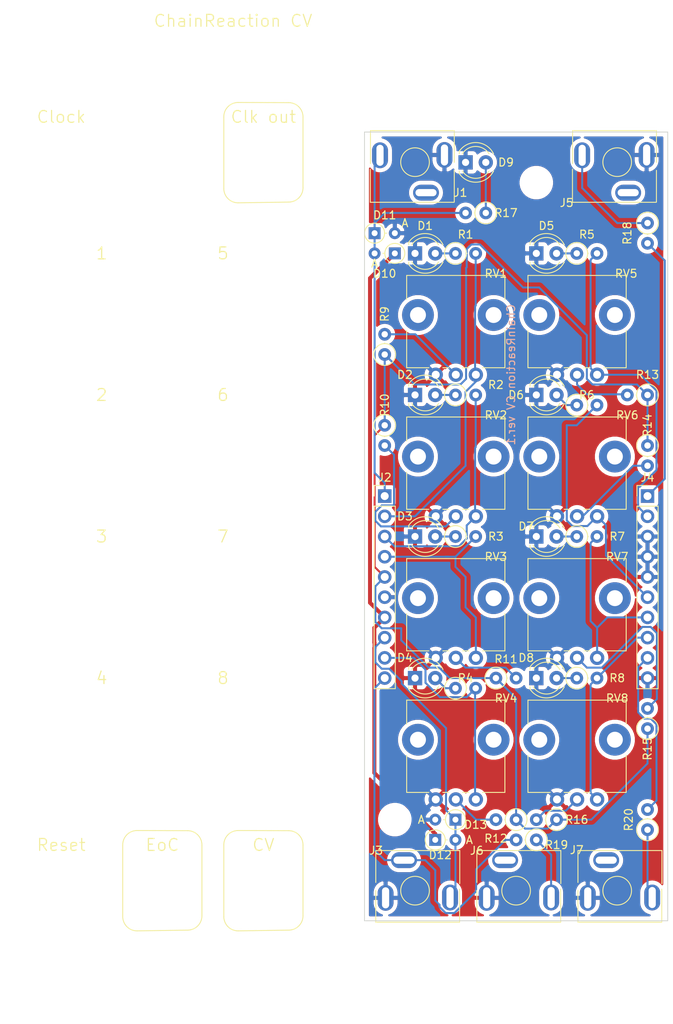
<source format=kicad_pcb>
(kicad_pcb (version 20171130) (host pcbnew "(5.1.8-0-10_14)")
  (layers (0 F.Cu signal) (31 B.Cu signal) (34 B.Paste user) (35 F.Paste user) (36 B.SilkS user) (37 F.SilkS user) (38 B.Mask user) (39 F.Mask user) (44 Edge.Cuts user))
  (net 0 "")
  (net 1 "Net-(D1-Pad2)")
  (net 2 GND)
  (net 3 "Net-(D2-Pad2)")
  (net 4 "Net-(D3-Pad2)")
  (net 5 "Net-(D4-Pad2)")
  (net 6 "Net-(D5-Pad2)")
  (net 7 "Net-(D6-Pad2)")
  (net 8 "Net-(D7-Pad2)")
  (net 9 "Net-(D8-Pad2)")
  (net 10 "Net-(D9-Pad2)")
  (net 11 +12V)
  (net 12 /CV_interface/clock)
  (net 13 /CV_interface/reset)
  (net 14 "Net-(J1-PadTN)")
  (net 15 /CV_interface/EoC)
  (net 16 /CV_interface/Q3)
  (net 17 /CV_interface/cv)
  (net 18 /CV_interface/Q2)
  (net 19 /CV_interface/Q1)
  (net 20 /CV_interface/Q0)
  (net 21 /CV_interface/clock_out)
  (net 22 /CV_interface/Q4)
  (net 23 /CV_interface/Q5)
  (net 24 /CV_interface/Q6)
  (net 25 /CV_interface/Q7)
  (net 26 /CV_interface/cv_out)
  (net 27 "Net-(J5-PadT)")
  (net 28 "Net-(J5-PadTN)")
  (net 29 "Net-(J6-PadT)")
  (net 30 "Net-(J6-PadTN)")
  (net 31 "Net-(J7-PadTN)")
  (net 32 "Net-(J7-PadT)")
  (net 33 /CV_interface/cv1)
  (net 34 /CV_interface/cv2)
  (net 35 /CV_interface/cv3)
  (net 36 /CV_interface/cv4)
  (net 37 /CV_interface/cv5)
  (net 38 /CV_interface/cv6)
  (net 39 /CV_interface/cv7)
  (net 40 /CV_interface/cv8)
  (module Attenuverter:MJ-355_3.5mm_mono_jack (layer F.Cu) (at 52.07 111.76 270)
    (fp_text reference J3 (at -5.01 4.88 180) (layer F.SilkS))
    (fp_text value reset)
    (pad TN thru_hole oval (at -3.8 1.38 180) (size 3.25 2) (drill oval 2.65 0.9) (layers *.Cu *.Mask) (net 15 /CV_interface/EoC))
    (pad T thru_hole oval (at 0.89 -4.4 90) (size 3.25 2) (drill oval 2.65 0.9) (layers *.Cu *.Mask) (net 13 /CV_interface/reset))
    (pad S thru_hole oval (at 0.93 3.7 90) (size 3.25 2) (drill oval 2.65 0.9) (layers *.Cu *.Mask) (net 2 GND))
  )
  (module Attenuverter:MJ-355_3.5mm_mono_jack (layer F.Cu) (at 64.77 111.76 270)
    (fp_text reference J6 (at -5 4.93 180) (layer F.SilkS))
    (fp_text value EoC)
    (pad TN thru_hole oval (at -3.8 1.38 180) (size 3.25 2) (drill oval 2.65 0.9) (layers *.Cu *.Mask) (net 30 "Net-(J6-PadTN)"))
    (pad T thru_hole oval (at 0.89 -4.4 90) (size 3.25 2) (drill oval 2.65 0.9) (layers *.Cu *.Mask) (net 29 "Net-(J6-PadT)"))
    (pad S thru_hole oval (at 0.93 3.7 90) (size 3.25 2) (drill oval 2.65 0.9) (layers *.Cu *.Mask) (net 2 GND))
  )
  (module Attenuverter:MJ-355_3.5mm_mono_jack (layer F.Cu) (at 52.07 20.32 90)
    (fp_text reference J1 (at -3.81 5.715 180) (layer F.SilkS))
    (fp_text value clock)
    (pad TN thru_hole oval (at -3.8 1.38) (size 3.25 2) (drill oval 2.65 0.9) (layers *.Cu *.Mask) (net 14 "Net-(J1-PadTN)"))
    (pad T thru_hole oval (at 0.89 -4.4 270) (size 3.25 2) (drill oval 2.65 0.9) (layers *.Cu *.Mask) (net 12 /CV_interface/clock))
    (pad S thru_hole oval (at 0.93 3.7 270) (size 3.25 2) (drill oval 2.65 0.9) (layers *.Cu *.Mask) (net 2 GND))
  )
  (module Attenuverter:MJ-355_3.5mm_mono_jack (layer F.Cu) (at 77.47 20.32 90)
    (fp_text reference J5 (at -5.08 -6.35 180) (layer F.SilkS))
    (fp_text value clock_out)
    (pad TN thru_hole oval (at -3.8 1.38) (size 3.25 2) (drill oval 2.65 0.9) (layers *.Cu *.Mask) (net 28 "Net-(J5-PadTN)"))
    (pad T thru_hole oval (at 0.89 -4.4 270) (size 3.25 2) (drill oval 2.65 0.9) (layers *.Cu *.Mask) (net 27 "Net-(J5-PadT)"))
    (pad S thru_hole oval (at 0.93 3.7 270) (size 3.25 2) (drill oval 2.65 0.9) (layers *.Cu *.Mask) (net 2 GND))
  )
  (module Attenuverter:MJ-355_3.5mm_mono_jack (layer F.Cu) (at 77.47 111.76 270)
    (fp_text reference J7 (at -5.08 5.08 180) (layer F.SilkS))
    (fp_text value cv_out)
    (pad TN thru_hole oval (at -3.8 1.38 180) (size 3.25 2) (drill oval 2.65 0.9) (layers *.Cu *.Mask) (net 31 "Net-(J7-PadTN)"))
    (pad T thru_hole oval (at 0.89 -4.4 90) (size 3.25 2) (drill oval 2.65 0.9) (layers *.Cu *.Mask) (net 32 "Net-(J7-PadT)"))
    (pad S thru_hole oval (at 0.93 3.7 90) (size 3.25 2) (drill oval 2.65 0.9) (layers *.Cu *.Mask) (net 2 GND))
  )
  (module Attenuverter:Potentiometer_Alps_RK09L_Single_Vertical (layer F.Cu) (at 74.93 46.99 90)
    (fp_text reference RV5 (at 12.7 3.67 180) (layer F.SilkS))
    (fp_text value 10kB)
    (pad "" np_thru_hole circle (at 7.5 2.25 90) (size 4 4) (drill 2) (layers *.Cu *.Mask))
    (pad "" np_thru_hole circle (at 7.5 -7.25 90) (size 4 4) (drill 2) (layers *.Cu *.Mask))
    (pad 1 thru_hole circle (at 0 -5.02 90) (size 1.8 1.8) (drill 1) (layers *.Cu *.Mask) (net 2 GND))
    (pad 2 thru_hole circle (at 0 -2.5 90) (size 1.8 1.8) (drill 1) (layers *.Cu *.Mask) (net 37 /CV_interface/cv5))
    (pad 3 thru_hole circle (at 0 0.02 90) (size 1.8 1.8) (drill 1) (layers *.Cu *.Mask) (net 22 /CV_interface/Q4))
  )
  (module Attenuverter:Potentiometer_Alps_RK09L_Single_Vertical (layer F.Cu) (at 74.93 82.55 90)
    (fp_text reference RV7 (at 12.7 2.54 180) (layer F.SilkS))
    (fp_text value 10kB)
    (pad "" np_thru_hole circle (at 7.5 2.25 90) (size 4 4) (drill 2) (layers *.Cu *.Mask))
    (pad "" np_thru_hole circle (at 7.5 -7.25 90) (size 4 4) (drill 2) (layers *.Cu *.Mask))
    (pad 1 thru_hole circle (at 0 -5.02 90) (size 1.8 1.8) (drill 1) (layers *.Cu *.Mask) (net 2 GND))
    (pad 2 thru_hole circle (at 0 -2.5 90) (size 1.8 1.8) (drill 1) (layers *.Cu *.Mask) (net 39 /CV_interface/cv7))
    (pad 3 thru_hole circle (at 0 0.02 90) (size 1.8 1.8) (drill 1) (layers *.Cu *.Mask) (net 24 /CV_interface/Q6))
  )
  (module MountingHole:MountingHole_6.4mm_M6 (layer F.Cu) (at 27.94 92.71)
    (fp_text reference REF** hide)
    (fp_text value MountingHole_6.4mm_M6 hide)
    (pad 1 np_thru_hole circle (at 0 0) (size 6.4 6.4) (drill 6.4) (layers *.Cu *.Mask))
  )
  (module MountingHole:MountingHole_6.4mm_M6 (layer F.Cu) (at 12.7 92.71)
    (fp_text reference REF** hide)
    (fp_text value MountingHole_6.4mm_M6 hide)
    (pad 1 np_thru_hole circle (at 0 0) (size 6.4 6.4) (drill 6.4) (layers *.Cu *.Mask))
  )
  (module MountingHole:MountingHole_6.4mm_M6 (layer F.Cu) (at 27.94 74.93)
    (fp_text reference REF** hide)
    (fp_text value MountingHole_6.4mm_M6 hide)
    (pad 1 np_thru_hole circle (at 0 0) (size 6.4 6.4) (drill 6.4) (layers *.Cu *.Mask))
  )
  (module MountingHole:MountingHole_6.4mm_M6 (layer F.Cu) (at 12.7 74.93)
    (fp_text reference REF** hide)
    (fp_text value MountingHole_6.4mm_M6 hide)
    (pad 1 np_thru_hole circle (at 0 0) (size 6.4 6.4) (drill 6.4) (layers *.Cu *.Mask))
  )
  (module MountingHole:MountingHole_6.4mm_M6 (layer F.Cu) (at 27.94 57.15)
    (fp_text reference REF** hide)
    (fp_text value MountingHole_6.4mm_M6 hide)
    (pad 1 np_thru_hole circle (at 0 0) (size 6.4 6.4) (drill 6.4) (layers *.Cu *.Mask))
  )
  (module MountingHole:MountingHole_6.4mm_M6 (layer F.Cu) (at 12.7 57.15)
    (fp_text reference REF** hide)
    (fp_text value MountingHole_6.4mm_M6 hide)
    (pad 1 np_thru_hole circle (at 0 0) (size 6.4 6.4) (drill 6.4) (layers *.Cu *.Mask))
  )
  (module MountingHole:MountingHole_6.4mm_M6 (layer F.Cu) (at 27.94 39.37)
    (fp_text reference REF** hide)
    (fp_text value MountingHole_6.4mm_M6 hide)
    (pad 1 np_thru_hole circle (at 0 0) (size 6.4 6.4) (drill 6.4) (layers *.Cu *.Mask))
  )
  (module MountingHole:MountingHole_6.4mm_M6 (layer F.Cu) (at 12.7 39.37)
    (fp_text reference REF** hide)
    (fp_text value MountingHole_6.4mm_M6 hide)
    (pad 1 np_thru_hole circle (at 0 0) (size 6.4 6.4) (drill 6.4) (layers *.Cu *.Mask))
  )
  (module MountingHole:MountingHole_4mm (layer F.Cu) (at 15.24 20.32)
    (fp_text reference "" hide)
    (fp_text value MountingHole_4mm hide)
    (pad 1 np_thru_hole circle (at 0 0) (size 4 4) (drill 4) (layers *.Cu *.Mask))
  )
  (module Attenuverter:annotation_3.5mm_jack_out (layer F.Cu) (at 33.02 111.76)
    (fp_text reference CV (at 0 -5.715) (layer F.SilkS) (effects (font (size 1.5 1.5))))
    (fp_text value annotation_3.5mm_jack_out hide)
    (pad 1 np_thru_hole circle (at 0 0) (size 6 6) (drill 6) (layers *.Cu *.Mask))
  )
  (module Attenuverter:annotation_3.5mm_jack_out (layer F.Cu) (at 20.32 111.76)
    (fp_text reference EoC (at 0 -5.715) (layer F.SilkS) (effects (font (size 1.5 1.5))))
    (fp_text value annotation_3.5mm_jack_out hide)
    (pad 1 np_thru_hole circle (at 0 0) (size 6 6) (drill 6) (layers *.Cu *.Mask))
  )
  (module Attenuverter:annotation_3.5mm_jack_out (layer F.Cu) (at 33.02 20.32)
    (fp_text reference "Clk out" (at 0 -5.715) (layer F.SilkS) (effects (font (size 1.5 1.5))))
    (fp_text value annotation_3.5mm_jack_out hide)
    (pad 1 np_thru_hole circle (at 0 0) (size 6 6) (drill 6) (layers *.Cu *.Mask))
  )
  (module Attenuverter:annotation_3.5mm_jack_in (layer F.Cu) (at 7.62 111.76)
    (fp_text reference Reset (at 0 -5.715) (layer F.SilkS) (effects (font (size 1.5 1.5))))
    (fp_text value annotation_3.5mm_jack_in hide)
    (pad 1 np_thru_hole circle (at 0 0) (size 6 6) (drill 6) (layers *.Cu *.Mask))
  )
  (module MountingHole:MountingHole_4mm (layer F.Cu) (at 24.13 85.09)
    (fp_text reference 8 (at 3.81 0) (layer F.SilkS) (effects (font (size 1.5 1.5))))
    (fp_text value MountingHole_4mm hide)
    (pad 1 np_thru_hole circle (at 0 0) (size 4 4) (drill 4) (layers *.Cu *.Mask))
  )
  (module MountingHole:MountingHole_4mm (layer F.Cu) (at 8.89 85.09)
    (fp_text reference 4 (at 3.81 0) (layer F.SilkS) (effects (font (size 1.5 1.5))))
    (fp_text value MountingHole_4mm hide)
    (pad 1 np_thru_hole circle (at 0 0) (size 4 4) (drill 4) (layers *.Cu *.Mask))
  )
  (module MountingHole:MountingHole_4mm (layer F.Cu) (at 24.13 67.31)
    (fp_text reference 7 (at 3.81 0) (layer F.SilkS) (effects (font (size 1.5 1.5))))
    (fp_text value MountingHole_4mm hide)
    (pad 1 np_thru_hole circle (at 0 0) (size 4 4) (drill 4) (layers *.Cu *.Mask))
  )
  (module MountingHole:MountingHole_4mm (layer F.Cu) (at 8.89 67.31)
    (fp_text reference 3 (at 3.81 0) (layer F.SilkS) (effects (font (size 1.5 1.5))))
    (fp_text value MountingHole_4mm hide)
    (pad 1 np_thru_hole circle (at 0 0) (size 4 4) (drill 4) (layers *.Cu *.Mask))
  )
  (module MountingHole:MountingHole_4mm (layer F.Cu) (at 24.13 49.53)
    (fp_text reference 6 (at 3.81 0) (layer F.SilkS) (effects (font (size 1.5 1.5))))
    (fp_text value MountingHole_4mm hide)
    (pad 1 np_thru_hole circle (at 0 0) (size 4 4) (drill 4) (layers *.Cu *.Mask))
  )
  (module MountingHole:MountingHole_4mm (layer F.Cu) (at 8.89 49.53)
    (fp_text reference 2 (at 3.81 0) (layer F.SilkS) (effects (font (size 1.5 1.5))))
    (fp_text value MountingHole_4mm hide)
    (pad 1 np_thru_hole circle (at 0 0) (size 4 4) (drill 4) (layers *.Cu *.Mask))
  )
  (module MountingHole:MountingHole_4mm (layer F.Cu) (at 24.13 31.75)
    (fp_text reference 5 (at 3.81 0) (layer F.SilkS) (effects (font (size 1.5 1.5))))
    (fp_text value MountingHole_4mm hide)
    (pad 1 np_thru_hole circle (at 0 0) (size 4 4) (drill 4) (layers *.Cu *.Mask))
  )
  (module MountingHole:MountingHole_4mm (layer F.Cu) (at 8.89 31.75)
    (fp_text reference 1 (at 3.81 0) (layer F.SilkS) (effects (font (size 1.5 1.5))))
    (fp_text value MountingHole_4mm hide)
    (pad 1 np_thru_hole circle (at 0 0) (size 4 4) (drill 4) (layers *.Cu *.Mask))
  )
  (module Attenuverter:annotation_3.5mm_jack_in (layer F.Cu) (at 7.62 20.32)
    (fp_text reference Clock (at 0 -5.715) (layer F.SilkS) (effects (font (size 1.5 1.5))))
    (fp_text value annotation_3.5mm_jack_in hide)
    (pad 1 np_thru_hole circle (at 0 0) (size 6 6) (drill 6) (layers *.Cu *.Mask))
  )
  (module MountingHole:MountingHole_3.2mm_M3 (layer F.Cu) (at 49.53 102.87)
    (fp_text reference REF** hide)
    (fp_text value MountingHole_3.2mm_M3 hide)
    (pad 1 np_thru_hole circle (at 0 0) (size 3.2 3.2) (drill 3.2) (layers *.Cu *.Mask))
  )
  (module MountingHole:MountingHole_3.2mm_M3 (layer F.Cu) (at 67.31 22.86)
    (fp_text reference REF** hide)
    (fp_text value MountingHole_3.2mm_M3 hide)
    (pad 1 np_thru_hole circle (at 0 0) (size 3.2 3.2) (drill 3.2) (layers *.Cu *.Mask))
  )
  (module LED_THT:LED_D4.0mm (layer F.Cu) (at 52.07 31.75)
    (fp_text reference D1 (at 1.27 -3.46) (layer F.SilkS))
    (fp_text value LED)
    (pad 2 thru_hole circle (at 2.54 0) (size 1.8 1.8) (drill 0.9) (layers *.Cu *.Mask) (net 1 "Net-(D1-Pad2)"))
    (pad 1 thru_hole rect (at 0 0) (size 1.8 1.8) (drill 0.9) (layers *.Cu *.Mask) (net 2 GND))
  )
  (module LED_THT:LED_D4.0mm (layer F.Cu) (at 52.07 49.53)
    (fp_text reference D2 (at -1.27 -2.54) (layer F.SilkS))
    (fp_text value LED)
    (pad 1 thru_hole rect (at 0 0) (size 1.8 1.8) (drill 0.9) (layers *.Cu *.Mask) (net 2 GND))
    (pad 2 thru_hole circle (at 2.54 0) (size 1.8 1.8) (drill 0.9) (layers *.Cu *.Mask) (net 3 "Net-(D2-Pad2)"))
  )
  (module LED_THT:LED_D4.0mm (layer F.Cu) (at 52.07 67.31)
    (fp_text reference D3 (at -1.27 -2.54) (layer F.SilkS))
    (fp_text value LED)
    (pad 2 thru_hole circle (at 2.54 0) (size 1.8 1.8) (drill 0.9) (layers *.Cu *.Mask) (net 4 "Net-(D3-Pad2)"))
    (pad 1 thru_hole rect (at 0 0) (size 1.8 1.8) (drill 0.9) (layers *.Cu *.Mask) (net 2 GND))
  )
  (module LED_THT:LED_D4.0mm (layer F.Cu) (at 52.07 85.09)
    (fp_text reference D4 (at -1.27 -2.54) (layer F.SilkS))
    (fp_text value LED)
    (pad 1 thru_hole rect (at 0 0) (size 1.8 1.8) (drill 0.9) (layers *.Cu *.Mask) (net 2 GND))
    (pad 2 thru_hole circle (at 2.54 0) (size 1.8 1.8) (drill 0.9) (layers *.Cu *.Mask) (net 5 "Net-(D4-Pad2)"))
  )
  (module LED_THT:LED_D4.0mm (layer F.Cu) (at 67.31 31.75)
    (fp_text reference D5 (at 1.27 -3.46) (layer F.SilkS))
    (fp_text value LED)
    (pad 2 thru_hole circle (at 2.54 0) (size 1.8 1.8) (drill 0.9) (layers *.Cu *.Mask) (net 6 "Net-(D5-Pad2)"))
    (pad 1 thru_hole rect (at 0 0) (size 1.8 1.8) (drill 0.9) (layers *.Cu *.Mask) (net 2 GND))
  )
  (module LED_THT:LED_D4.0mm (layer F.Cu) (at 67.31 49.53)
    (fp_text reference D6 (at -2.54 0) (layer F.SilkS))
    (fp_text value LED)
    (pad 1 thru_hole rect (at 0 0) (size 1.8 1.8) (drill 0.9) (layers *.Cu *.Mask) (net 2 GND))
    (pad 2 thru_hole circle (at 2.54 0) (size 1.8 1.8) (drill 0.9) (layers *.Cu *.Mask) (net 7 "Net-(D6-Pad2)"))
  )
  (module LED_THT:LED_D4.0mm (layer F.Cu) (at 67.31 67.31)
    (fp_text reference D7 (at -1.27 -1.27) (layer F.SilkS))
    (fp_text value LED)
    (pad 2 thru_hole circle (at 2.54 0) (size 1.8 1.8) (drill 0.9) (layers *.Cu *.Mask) (net 8 "Net-(D7-Pad2)"))
    (pad 1 thru_hole rect (at 0 0) (size 1.8 1.8) (drill 0.9) (layers *.Cu *.Mask) (net 2 GND))
  )
  (module LED_THT:LED_D4.0mm (layer F.Cu) (at 67.31 85.09)
    (fp_text reference D8 (at -1.27 -2.54) (layer F.SilkS))
    (fp_text value LED)
    (pad 1 thru_hole rect (at 0 0) (size 1.8 1.8) (drill 0.9) (layers *.Cu *.Mask) (net 2 GND))
    (pad 2 thru_hole circle (at 2.54 0) (size 1.8 1.8) (drill 0.9) (layers *.Cu *.Mask) (net 9 "Net-(D8-Pad2)"))
  )
  (module LED_THT:LED_D4.0mm (layer F.Cu) (at 58.42 20.32)
    (fp_text reference D9 (at 5.08 0) (layer F.SilkS))
    (fp_text value LED)
    (pad 1 thru_hole rect (at 0 0) (size 1.8 1.8) (drill 0.9) (layers *.Cu *.Mask) (net 2 GND))
    (pad 2 thru_hole circle (at 2.54 0) (size 1.8 1.8) (drill 0.9) (layers *.Cu *.Mask) (net 10 "Net-(D9-Pad2)"))
  )
  (module Diode_THT:D_DO-34_SOD68_P2.54mm_Vertical_AnodeUp (layer F.Cu) (at 49.53 31.75 180)
    (fp_text reference D10 (at 1.27 -2.54) (layer F.SilkS))
    (fp_text value D)
    (fp_text user A (at 2.54 -1.27) (layer F.SilkS))
    (pad 1 thru_hole rect (at 0 0 180) (size 1.5 1.5) (drill 0.75) (layers *.Cu *.Mask) (net 11 +12V))
    (pad 2 thru_hole oval (at 2.54 0 180) (size 1.5 1.5) (drill 0.75) (layers *.Cu *.Mask) (net 12 /CV_interface/clock))
  )
  (module Diode_THT:D_DO-34_SOD68_P2.54mm_Vertical_AnodeUp (layer F.Cu) (at 46.99 29.21)
    (fp_text reference D11 (at 1.27 -2.25566) (layer F.SilkS))
    (fp_text value D)
    (fp_text user A (at 3.81 -1.27) (layer F.SilkS))
    (pad 2 thru_hole oval (at 2.54 0) (size 1.5 1.5) (drill 0.75) (layers *.Cu *.Mask) (net 2 GND))
    (pad 1 thru_hole rect (at 0 0) (size 1.5 1.5) (drill 0.75) (layers *.Cu *.Mask) (net 12 /CV_interface/clock))
  )
  (module Diode_THT:D_DO-34_SOD68_P2.54mm_Vertical_AnodeUp (layer F.Cu) (at 54.61 105.41)
    (fp_text reference D12 (at 0.635 1.905) (layer F.SilkS))
    (fp_text value D)
    (fp_text user A (at 4.29 0) (layer F.SilkS))
    (pad 2 thru_hole oval (at 2.54 0) (size 1.5 1.5) (drill 0.75) (layers *.Cu *.Mask) (net 13 /CV_interface/reset))
    (pad 1 thru_hole rect (at 0 0) (size 1.5 1.5) (drill 0.75) (layers *.Cu *.Mask) (net 11 +12V))
  )
  (module Diode_THT:D_DO-34_SOD68_P2.54mm_Vertical_AnodeUp (layer F.Cu) (at 57.15 102.87 180)
    (fp_text reference D13 (at -2.54 -0.635) (layer F.SilkS))
    (fp_text value D)
    (fp_text user A (at 4.29 0) (layer F.SilkS))
    (pad 1 thru_hole rect (at 0 0 180) (size 1.5 1.5) (drill 0.75) (layers *.Cu *.Mask) (net 13 /CV_interface/reset))
    (pad 2 thru_hole oval (at 2.54 0 180) (size 1.5 1.5) (drill 0.75) (layers *.Cu *.Mask) (net 2 GND))
  )
  (module Connector_PinHeader_2.54mm:PinHeader_1x10_P2.54mm_Vertical (layer F.Cu) (at 48.26 62.23)
    (fp_text reference J2 (at 0 -2.33) (layer F.SilkS))
    (fp_text value conn_L)
    (pad 10 thru_hole oval (at 0 22.86) (size 1.7 1.7) (drill 1) (layers *.Cu *.Mask) (net 15 /CV_interface/EoC))
    (pad 9 thru_hole oval (at 0 20.32) (size 1.7 1.7) (drill 1) (layers *.Cu *.Mask) (net 16 /CV_interface/Q3))
    (pad 8 thru_hole oval (at 0 17.78) (size 1.7 1.7) (drill 1) (layers *.Cu *.Mask) (net 13 /CV_interface/reset))
    (pad 7 thru_hole oval (at 0 15.24) (size 1.7 1.7) (drill 1) (layers *.Cu *.Mask) (net 11 +12V))
    (pad 6 thru_hole oval (at 0 12.7) (size 1.7 1.7) (drill 1) (layers *.Cu *.Mask) (net 2 GND))
    (pad 5 thru_hole oval (at 0 10.16) (size 1.7 1.7) (drill 1) (layers *.Cu *.Mask) (net 17 /CV_interface/cv))
    (pad 4 thru_hole oval (at 0 7.62) (size 1.7 1.7) (drill 1) (layers *.Cu *.Mask) (net 18 /CV_interface/Q2))
    (pad 3 thru_hole oval (at 0 5.08) (size 1.7 1.7) (drill 1) (layers *.Cu *.Mask) (net 19 /CV_interface/Q1))
    (pad 2 thru_hole oval (at 0 2.54) (size 1.7 1.7) (drill 1) (layers *.Cu *.Mask) (net 20 /CV_interface/Q0))
    (pad 1 thru_hole rect (at 0 0) (size 1.7 1.7) (drill 1) (layers *.Cu *.Mask) (net 12 /CV_interface/clock))
  )
  (module Connector_PinHeader_2.54mm:PinHeader_1x10_P2.54mm_Vertical (layer F.Cu) (at 81.28 62.23)
    (fp_text reference J4 (at 0 -2.33) (layer F.SilkS))
    (fp_text value conn_R)
    (pad 1 thru_hole rect (at 0 0) (size 1.7 1.7) (drill 1) (layers *.Cu *.Mask) (net 21 /CV_interface/clock_out))
    (pad 2 thru_hole oval (at 0 2.54) (size 1.7 1.7) (drill 1) (layers *.Cu *.Mask) (net 22 /CV_interface/Q4))
    (pad 3 thru_hole oval (at 0 5.08) (size 1.7 1.7) (drill 1) (layers *.Cu *.Mask) (net 2 GND))
    (pad 4 thru_hole oval (at 0 7.62) (size 1.7 1.7) (drill 1) (layers *.Cu *.Mask) (net 2 GND))
    (pad 5 thru_hole oval (at 0 10.16) (size 1.7 1.7) (drill 1) (layers *.Cu *.Mask) (net 2 GND))
    (pad 6 thru_hole oval (at 0 12.7) (size 1.7 1.7) (drill 1) (layers *.Cu *.Mask) (net 23 /CV_interface/Q5))
    (pad 7 thru_hole oval (at 0 15.24) (size 1.7 1.7) (drill 1) (layers *.Cu *.Mask) (net 24 /CV_interface/Q6))
    (pad 8 thru_hole oval (at 0 17.78) (size 1.7 1.7) (drill 1) (layers *.Cu *.Mask) (net 25 /CV_interface/Q7))
    (pad 9 thru_hole oval (at 0 20.32) (size 1.7 1.7) (drill 1) (layers *.Cu *.Mask) (net 26 /CV_interface/cv_out))
    (pad 10 thru_hole oval (at 0 22.86) (size 1.7 1.7) (drill 1) (layers *.Cu *.Mask) (net 2 GND))
  )
  (module Resistor_THT:R_Axial_DIN0207_L6.3mm_D2.5mm_P2.54mm_Vertical (layer F.Cu) (at 57.15 31.75)
    (fp_text reference R1 (at 1.27 -2.37) (layer F.SilkS))
    (fp_text value 10k)
    (pad 1 thru_hole circle (at 0 0) (size 1.6 1.6) (drill 0.8) (layers *.Cu *.Mask) (net 1 "Net-(D1-Pad2)"))
    (pad 2 thru_hole oval (at 2.54 0) (size 1.6 1.6) (drill 0.8) (layers *.Cu *.Mask) (net 20 /CV_interface/Q0))
  )
  (module Resistor_THT:R_Axial_DIN0207_L6.3mm_D2.5mm_P2.54mm_Vertical (layer F.Cu) (at 57.15 49.53)
    (fp_text reference R2 (at 5.08 -1.27) (layer F.SilkS))
    (fp_text value 10k)
    (pad 2 thru_hole oval (at 2.54 0) (size 1.6 1.6) (drill 0.8) (layers *.Cu *.Mask) (net 19 /CV_interface/Q1))
    (pad 1 thru_hole circle (at 0 0) (size 1.6 1.6) (drill 0.8) (layers *.Cu *.Mask) (net 3 "Net-(D2-Pad2)"))
  )
  (module Resistor_THT:R_Axial_DIN0207_L6.3mm_D2.5mm_P2.54mm_Vertical (layer F.Cu) (at 57.15 67.31)
    (fp_text reference R3 (at 5.08 0) (layer F.SilkS))
    (fp_text value 10k)
    (pad 1 thru_hole circle (at 0 0) (size 1.6 1.6) (drill 0.8) (layers *.Cu *.Mask) (net 4 "Net-(D3-Pad2)"))
    (pad 2 thru_hole oval (at 2.54 0) (size 1.6 1.6) (drill 0.8) (layers *.Cu *.Mask) (net 18 /CV_interface/Q2))
  )
  (module Resistor_THT:R_Axial_DIN0207_L6.3mm_D2.5mm_P2.54mm_Vertical (layer F.Cu) (at 57.15 86.36)
    (fp_text reference R4 (at 1.27 -1.27) (layer F.SilkS))
    (fp_text value 10k)
    (pad 2 thru_hole oval (at 2.54 0) (size 1.6 1.6) (drill 0.8) (layers *.Cu *.Mask) (net 16 /CV_interface/Q3))
    (pad 1 thru_hole circle (at 0 0) (size 1.6 1.6) (drill 0.8) (layers *.Cu *.Mask) (net 5 "Net-(D4-Pad2)"))
  )
  (module Resistor_THT:R_Axial_DIN0207_L6.3mm_D2.5mm_P2.54mm_Vertical (layer F.Cu) (at 72.39 31.75)
    (fp_text reference R5 (at 1.27 -2.37) (layer F.SilkS))
    (fp_text value 10k)
    (pad 1 thru_hole circle (at 0 0) (size 1.6 1.6) (drill 0.8) (layers *.Cu *.Mask) (net 6 "Net-(D5-Pad2)"))
    (pad 2 thru_hole oval (at 2.54 0) (size 1.6 1.6) (drill 0.8) (layers *.Cu *.Mask) (net 22 /CV_interface/Q4))
  )
  (module Resistor_THT:R_Axial_DIN0207_L6.3mm_D2.5mm_P2.54mm_Vertical (layer F.Cu) (at 72.39 50.8)
    (fp_text reference R6 (at 1.27 -1.27) (layer F.SilkS))
    (fp_text value 10k)
    (pad 2 thru_hole oval (at 2.54 0) (size 1.6 1.6) (drill 0.8) (layers *.Cu *.Mask) (net 23 /CV_interface/Q5))
    (pad 1 thru_hole circle (at 0 0) (size 1.6 1.6) (drill 0.8) (layers *.Cu *.Mask) (net 7 "Net-(D6-Pad2)"))
  )
  (module Resistor_THT:R_Axial_DIN0207_L6.3mm_D2.5mm_P2.54mm_Vertical (layer F.Cu) (at 72.39 67.31)
    (fp_text reference R7 (at 5.08 0) (layer F.SilkS))
    (fp_text value 10k)
    (pad 1 thru_hole circle (at 0 0) (size 1.6 1.6) (drill 0.8) (layers *.Cu *.Mask) (net 8 "Net-(D7-Pad2)"))
    (pad 2 thru_hole oval (at 2.54 0) (size 1.6 1.6) (drill 0.8) (layers *.Cu *.Mask) (net 24 /CV_interface/Q6))
  )
  (module Resistor_THT:R_Axial_DIN0207_L6.3mm_D2.5mm_P2.54mm_Vertical (layer F.Cu) (at 72.39 85.09)
    (fp_text reference R8 (at 5.08 0) (layer F.SilkS))
    (fp_text value 10k)
    (pad 2 thru_hole oval (at 2.54 0) (size 1.6 1.6) (drill 0.8) (layers *.Cu *.Mask) (net 25 /CV_interface/Q7))
    (pad 1 thru_hole circle (at 0 0) (size 1.6 1.6) (drill 0.8) (layers *.Cu *.Mask) (net 9 "Net-(D8-Pad2)"))
  )
  (module Resistor_THT:R_Axial_DIN0207_L6.3mm_D2.5mm_P2.54mm_Vertical (layer F.Cu) (at 48.26 44.45 90)
    (fp_text reference R9 (at 5.08 0 90) (layer F.SilkS))
    (fp_text value 100k)
    (pad 2 thru_hole oval (at 2.54 0 90) (size 1.6 1.6) (drill 0.8) (layers *.Cu *.Mask) (net 33 /CV_interface/cv1))
    (pad 1 thru_hole circle (at 0 0 90) (size 1.6 1.6) (drill 0.8) (layers *.Cu *.Mask) (net 17 /CV_interface/cv))
  )
  (module Resistor_THT:R_Axial_DIN0207_L6.3mm_D2.5mm_P2.54mm_Vertical (layer F.Cu) (at 48.26 53.34 270)
    (fp_text reference R10 (at -2.54 0 90) (layer F.SilkS))
    (fp_text value 100k)
    (pad 1 thru_hole circle (at 0 0 270) (size 1.6 1.6) (drill 0.8) (layers *.Cu *.Mask) (net 17 /CV_interface/cv))
    (pad 2 thru_hole oval (at 2.54 0 270) (size 1.6 1.6) (drill 0.8) (layers *.Cu *.Mask) (net 34 /CV_interface/cv2))
  )
  (module Resistor_THT:R_Axial_DIN0207_L6.3mm_D2.5mm_P2.54mm_Vertical (layer F.Cu) (at 62.23 85.09)
    (fp_text reference R11 (at 1.27 -2.37) (layer F.SilkS))
    (fp_text value 100k)
    (pad 2 thru_hole oval (at 2.54 0) (size 1.6 1.6) (drill 0.8) (layers *.Cu *.Mask) (net 35 /CV_interface/cv3))
    (pad 1 thru_hole circle (at 0 0) (size 1.6 1.6) (drill 0.8) (layers *.Cu *.Mask) (net 17 /CV_interface/cv))
  )
  (module Resistor_THT:R_Axial_DIN0207_L6.3mm_D2.5mm_P2.54mm_Vertical (layer F.Cu) (at 64.77 102.87 180)
    (fp_text reference R12 (at 2.54 -2.37) (layer F.SilkS))
    (fp_text value 100k)
    (pad 1 thru_hole circle (at 0 0 180) (size 1.6 1.6) (drill 0.8) (layers *.Cu *.Mask) (net 17 /CV_interface/cv))
    (pad 2 thru_hole oval (at 2.54 0 180) (size 1.6 1.6) (drill 0.8) (layers *.Cu *.Mask) (net 36 /CV_interface/cv4))
  )
  (module Resistor_THT:R_Axial_DIN0207_L6.3mm_D2.5mm_P2.54mm_Vertical (layer F.Cu) (at 81.28 49.53 180)
    (fp_text reference R13 (at 0 2.54) (layer F.SilkS))
    (fp_text value 100k)
    (pad 2 thru_hole oval (at 2.54 0 180) (size 1.6 1.6) (drill 0.8) (layers *.Cu *.Mask) (net 37 /CV_interface/cv5))
    (pad 1 thru_hole circle (at 0 0 180) (size 1.6 1.6) (drill 0.8) (layers *.Cu *.Mask) (net 17 /CV_interface/cv))
  )
  (module Resistor_THT:R_Axial_DIN0207_L6.3mm_D2.5mm_P2.54mm_Vertical (layer F.Cu) (at 81.28 55.88 270)
    (fp_text reference R14 (at -2.54 0 90) (layer F.SilkS))
    (fp_text value 100k)
    (pad 1 thru_hole circle (at 0 0 270) (size 1.6 1.6) (drill 0.8) (layers *.Cu *.Mask) (net 17 /CV_interface/cv))
    (pad 2 thru_hole oval (at 2.54 0 270) (size 1.6 1.6) (drill 0.8) (layers *.Cu *.Mask) (net 38 /CV_interface/cv6))
  )
  (module Resistor_THT:R_Axial_DIN0207_L6.3mm_D2.5mm_P2.54mm_Vertical (layer F.Cu) (at 81.28 91.44 90)
    (fp_text reference R15 (at -2.54 0 90) (layer F.SilkS))
    (fp_text value 100k)
    (pad 2 thru_hole oval (at 2.54 0 90) (size 1.6 1.6) (drill 0.8) (layers *.Cu *.Mask) (net 39 /CV_interface/cv7))
    (pad 1 thru_hole circle (at 0 0 90) (size 1.6 1.6) (drill 0.8) (layers *.Cu *.Mask) (net 17 /CV_interface/cv))
  )
  (module Resistor_THT:R_Axial_DIN0207_L6.3mm_D2.5mm_P2.54mm_Vertical (layer F.Cu) (at 69.85 102.87 180)
    (fp_text reference R16 (at -2.54 0) (layer F.SilkS))
    (fp_text value 100k)
    (pad 1 thru_hole circle (at 0 0 180) (size 1.6 1.6) (drill 0.8) (layers *.Cu *.Mask) (net 17 /CV_interface/cv))
    (pad 2 thru_hole oval (at 2.54 0 180) (size 1.6 1.6) (drill 0.8) (layers *.Cu *.Mask) (net 40 /CV_interface/cv8))
  )
  (module Resistor_THT:R_Axial_DIN0207_L6.3mm_D2.5mm_P2.54mm_Vertical (layer F.Cu) (at 60.96 26.67 180)
    (fp_text reference R17 (at -2.54 0) (layer F.SilkS))
    (fp_text value 10k)
    (pad 1 thru_hole circle (at 0 0 180) (size 1.6 1.6) (drill 0.8) (layers *.Cu *.Mask) (net 10 "Net-(D9-Pad2)"))
    (pad 2 thru_hole oval (at 2.54 0 180) (size 1.6 1.6) (drill 0.8) (layers *.Cu *.Mask) (net 12 /CV_interface/clock))
  )
  (module Resistor_THT:R_Axial_DIN0207_L6.3mm_D2.5mm_P2.54mm_Vertical (layer F.Cu) (at 81.28 27.94 270)
    (fp_text reference R18 (at 1.27 2.54 90) (layer F.SilkS))
    (fp_text value 1k)
    (pad 1 thru_hole circle (at 0 0 270) (size 1.6 1.6) (drill 0.8) (layers *.Cu *.Mask) (net 27 "Net-(J5-PadT)"))
    (pad 2 thru_hole oval (at 2.54 0 270) (size 1.6 1.6) (drill 0.8) (layers *.Cu *.Mask) (net 21 /CV_interface/clock_out))
  )
  (module Resistor_THT:R_Axial_DIN0207_L6.3mm_D2.5mm_P2.54mm_Vertical (layer F.Cu) (at 67.31 105.41 180)
    (fp_text reference R19 (at -2.54 -0.635) (layer F.SilkS))
    (fp_text value 1k)
    (pad 2 thru_hole oval (at 2.54 0 180) (size 1.6 1.6) (drill 0.8) (layers *.Cu *.Mask) (net 15 /CV_interface/EoC))
    (pad 1 thru_hole circle (at 0 0 180) (size 1.6 1.6) (drill 0.8) (layers *.Cu *.Mask) (net 29 "Net-(J6-PadT)"))
  )
  (module Resistor_THT:R_Axial_DIN0207_L6.3mm_D2.5mm_P2.54mm_Vertical (layer F.Cu) (at 81.28 104.14 90)
    (fp_text reference R20 (at 1.27 -2.37 90) (layer F.SilkS))
    (fp_text value 1k)
    (pad 2 thru_hole oval (at 2.54 0 90) (size 1.6 1.6) (drill 0.8) (layers *.Cu *.Mask) (net 26 /CV_interface/cv_out))
    (pad 1 thru_hole circle (at 0 0 90) (size 1.6 1.6) (drill 0.8) (layers *.Cu *.Mask) (net 32 "Net-(J7-PadT)"))
  )
  (module Attenuverter:Potentiometer_Alps_RK09L_Single_Vertical (layer F.Cu) (at 59.69 46.99 90)
    (fp_text reference RV1 (at 12.7 2.54) (layer F.SilkS))
    (fp_text value 10kB)
    (pad "" np_thru_hole circle (at 7.5 2.25 90) (size 4 4) (drill 2) (layers *.Cu *.Mask))
    (pad "" np_thru_hole circle (at 7.5 -7.25 90) (size 4 4) (drill 2) (layers *.Cu *.Mask))
    (pad 1 thru_hole circle (at 0 -5.02 90) (size 1.8 1.8) (drill 1) (layers *.Cu *.Mask) (net 2 GND))
    (pad 2 thru_hole circle (at 0 -2.5 90) (size 1.8 1.8) (drill 1) (layers *.Cu *.Mask) (net 33 /CV_interface/cv1))
    (pad 3 thru_hole circle (at 0 0.02 90) (size 1.8 1.8) (drill 1) (layers *.Cu *.Mask) (net 20 /CV_interface/Q0))
  )
  (module Attenuverter:Potentiometer_Alps_RK09L_Single_Vertical (layer F.Cu) (at 59.69 64.77 90)
    (fp_text reference RV2 (at 12.7 2.54 180) (layer F.SilkS))
    (fp_text value 10kB)
    (pad 3 thru_hole circle (at 0 0.02 90) (size 1.8 1.8) (drill 1) (layers *.Cu *.Mask) (net 19 /CV_interface/Q1))
    (pad 2 thru_hole circle (at 0 -2.5 90) (size 1.8 1.8) (drill 1) (layers *.Cu *.Mask) (net 34 /CV_interface/cv2))
    (pad 1 thru_hole circle (at 0 -5.02 90) (size 1.8 1.8) (drill 1) (layers *.Cu *.Mask) (net 2 GND))
    (pad "" np_thru_hole circle (at 7.5 -7.25 90) (size 4 4) (drill 2) (layers *.Cu *.Mask))
    (pad "" np_thru_hole circle (at 7.5 2.25 90) (size 4 4) (drill 2) (layers *.Cu *.Mask))
  )
  (module Attenuverter:Potentiometer_Alps_RK09L_Single_Vertical (layer F.Cu) (at 59.69 82.55 90)
    (fp_text reference RV3 (at 12.7 2.54 180) (layer F.SilkS))
    (fp_text value 10kB)
    (pad "" np_thru_hole circle (at 7.5 2.25 90) (size 4 4) (drill 2) (layers *.Cu *.Mask))
    (pad "" np_thru_hole circle (at 7.5 -7.25 90) (size 4 4) (drill 2) (layers *.Cu *.Mask))
    (pad 1 thru_hole circle (at 0 -5.02 90) (size 1.8 1.8) (drill 1) (layers *.Cu *.Mask) (net 2 GND))
    (pad 2 thru_hole circle (at 0 -2.5 90) (size 1.8 1.8) (drill 1) (layers *.Cu *.Mask) (net 35 /CV_interface/cv3))
    (pad 3 thru_hole circle (at 0 0.02 90) (size 1.8 1.8) (drill 1) (layers *.Cu *.Mask) (net 18 /CV_interface/Q2))
  )
  (module Attenuverter:Potentiometer_Alps_RK09L_Single_Vertical (layer F.Cu) (at 59.69 100.33 90)
    (fp_text reference RV4 (at 12.7 3.81 180) (layer F.SilkS))
    (fp_text value 10kB)
    (pad 3 thru_hole circle (at 0 0.02 90) (size 1.8 1.8) (drill 1) (layers *.Cu *.Mask) (net 16 /CV_interface/Q3))
    (pad 2 thru_hole circle (at 0 -2.5 90) (size 1.8 1.8) (drill 1) (layers *.Cu *.Mask) (net 36 /CV_interface/cv4))
    (pad 1 thru_hole circle (at 0 -5.02 90) (size 1.8 1.8) (drill 1) (layers *.Cu *.Mask) (net 2 GND))
    (pad "" np_thru_hole circle (at 7.5 -7.25 90) (size 4 4) (drill 2) (layers *.Cu *.Mask))
    (pad "" np_thru_hole circle (at 7.5 2.25 90) (size 4 4) (drill 2) (layers *.Cu *.Mask))
  )
  (module Attenuverter:Potentiometer_Alps_RK09L_Single_Vertical (layer F.Cu) (at 74.93 64.77 90)
    (fp_text reference RV6 (at 12.7 3.81 180) (layer F.SilkS))
    (fp_text value 10kB)
    (pad 3 thru_hole circle (at 0 0.02 90) (size 1.8 1.8) (drill 1) (layers *.Cu *.Mask) (net 23 /CV_interface/Q5))
    (pad 2 thru_hole circle (at 0 -2.5 90) (size 1.8 1.8) (drill 1) (layers *.Cu *.Mask) (net 38 /CV_interface/cv6))
    (pad 1 thru_hole circle (at 0 -5.02 90) (size 1.8 1.8) (drill 1) (layers *.Cu *.Mask) (net 2 GND))
    (pad "" np_thru_hole circle (at 7.5 -7.25 90) (size 4 4) (drill 2) (layers *.Cu *.Mask))
    (pad "" np_thru_hole circle (at 7.5 2.25 90) (size 4 4) (drill 2) (layers *.Cu *.Mask))
  )
  (module Attenuverter:Potentiometer_Alps_RK09L_Single_Vertical (layer F.Cu) (at 74.93 100.33 90)
    (fp_text reference RV8 (at 12.7 2.54 180) (layer F.SilkS))
    (fp_text value 10kB)
    (pad 3 thru_hole circle (at 0 0.02 90) (size 1.8 1.8) (drill 1) (layers *.Cu *.Mask) (net 25 /CV_interface/Q7))
    (pad 2 thru_hole circle (at 0 -2.5 90) (size 1.8 1.8) (drill 1) (layers *.Cu *.Mask) (net 40 /CV_interface/cv8))
    (pad 1 thru_hole circle (at 0 -5.02 90) (size 1.8 1.8) (drill 1) (layers *.Cu *.Mask) (net 2 GND))
    (pad "" np_thru_hole circle (at 7.5 -7.25 90) (size 4 4) (drill 2) (layers *.Cu *.Mask))
    (pad "" np_thru_hole circle (at 7.5 2.25 90) (size 4 4) (drill 2) (layers *.Cu *.Mask))
  )
  (gr_text "ChainReaction CV ver.1" (at 64.135 46.99 90) (layer B.SilkS) (effects (font (size 1 1)) (justify mirror)))
  (gr_text "ChainReaction CV" (at 29.21 2.54) (layer F.SilkS) (effects (font (size 1.5 1.5))))
  (gr_line (start 83.82 16.51) (end 45.72 16.51) (layer Edge.Cuts) (width 0.1))
  (gr_line (start 83.82 115.57) (end 83.82 16.51) (layer Edge.Cuts) (width 0.1))
  (gr_line (start 45.72 115.57) (end 83.82 115.57) (layer Edge.Cuts) (width 0.1))
  (gr_line (start 45.72 16.51) (end 45.72 115.57) (layer Edge.Cuts) (width 0.1))
  (segment (start 54.61 31.75) (end 57.15 31.75) (width 0.25) (layer B.Cu) (net 1))
  (segment (start 57.15 49.53) (end 54.61 49.53) (width 0.25) (layer B.Cu) (net 3))
  (segment (start 57.15 67.31) (end 54.61 67.31) (width 0.25) (layer B.Cu) (net 4))
  (segment (start 55.88 86.36) (end 57.15 86.36) (width 0.25) (layer B.Cu) (net 5))
  (segment (start 54.61 85.09) (end 55.88 86.36) (width 0.25) (layer B.Cu) (net 5))
  (segment (start 69.85 31.75) (end 72.39 31.75) (width 0.25) (layer B.Cu) (net 6))
  (segment (start 71.12 50.8) (end 72.39 50.8) (width 0.25) (layer B.Cu) (net 7))
  (segment (start 69.85 49.53) (end 71.12 50.8) (width 0.25) (layer B.Cu) (net 7))
  (segment (start 72.39 67.31) (end 69.85 67.31) (width 0.25) (layer B.Cu) (net 8))
  (segment (start 72.39 85.09) (end 69.85 85.09) (width 0.25) (layer B.Cu) (net 9))
  (segment (start 60.96 20.32) (end 60.96 26.67) (width 0.25) (layer B.Cu) (net 10))
  (segment (start 46.41499 75.62499) (end 46.41499 34.86501) (width 0.5) (layer F.Cu) (net 11))
  (segment (start 46.41499 34.86501) (end 49.53 31.75) (width 0.5) (layer F.Cu) (net 11))
  (segment (start 48.26 77.47) (end 46.41499 75.62499) (width 0.5) (layer F.Cu) (net 11))
  (segment (start 54.61 104.646002) (end 54.61 105.41) (width 0.5) (layer F.Cu) (net 11))
  (segment (start 46.959999 96.996001) (end 54.61 104.646002) (width 0.5) (layer F.Cu) (net 11))
  (segment (start 48.26 77.47) (end 46.959999 78.770001) (width 0.5) (layer F.Cu) (net 11))
  (segment (start 46.99 81.28) (end 46.959999 81.310001) (width 0.5) (layer F.Cu) (net 11))
  (segment (start 46.99 80.664002) (end 46.99 81.28) (width 0.5) (layer F.Cu) (net 11))
  (segment (start 46.959999 81.310001) (end 46.959999 96.996001) (width 0.5) (layer F.Cu) (net 11))
  (segment (start 46.959999 80.634001) (end 46.99 80.664002) (width 0.5) (layer F.Cu) (net 11))
  (segment (start 46.959999 78.770001) (end 46.959999 80.634001) (width 0.5) (layer F.Cu) (net 11))
  (segment (start 46.99 29.21) (end 46.99 31.75) (width 0.25) (layer B.Cu) (net 12))
  (segment (start 46.99 59.311408) (end 46.99 31.75) (width 0.25) (layer B.Cu) (net 12))
  (segment (start 48.26 60.581408) (end 46.99 59.311408) (width 0.25) (layer B.Cu) (net 12))
  (segment (start 48.26 62.23) (end 48.26 60.581408) (width 0.25) (layer B.Cu) (net 12))
  (segment (start 46.99 20.11) (end 47.67 19.43) (width 0.25) (layer B.Cu) (net 12))
  (segment (start 58.42 26.67) (end 48.26 26.67) (width 0.25) (layer B.Cu) (net 12))
  (segment (start 48.26 26.67) (end 46.99 27.94) (width 0.25) (layer B.Cu) (net 12))
  (segment (start 46.99 27.94) (end 46.99 20.11) (width 0.25) (layer B.Cu) (net 12))
  (segment (start 46.99 29.21) (end 46.99 27.94) (width 0.25) (layer B.Cu) (net 12))
  (segment (start 48.824001 83.914999) (end 50.39499 85.485988) (width 0.25) (layer B.Cu) (net 13))
  (segment (start 47.084999 83.114001) (end 47.885997 83.914999) (width 0.25) (layer B.Cu) (net 13))
  (segment (start 47.885997 83.914999) (end 48.824001 83.914999) (width 0.25) (layer B.Cu) (net 13))
  (segment (start 47.084999 81.185001) (end 47.084999 83.114001) (width 0.25) (layer B.Cu) (net 13))
  (segment (start 48.26 80.01) (end 47.084999 81.185001) (width 0.25) (layer B.Cu) (net 13))
  (segment (start 57.15 111.6) (end 55.72 113.03) (width 0.25) (layer B.Cu) (net 13))
  (segment (start 50.39499 85.799992) (end 50.39499 85.485988) (width 0.25) (layer B.Cu) (net 13))
  (segment (start 55.964999 101.684999) (end 55.964999 91.370001) (width 0.25) (layer B.Cu) (net 13))
  (segment (start 55.964999 91.370001) (end 50.39499 85.799992) (width 0.25) (layer B.Cu) (net 13))
  (segment (start 57.15 102.87) (end 55.964999 101.684999) (width 0.25) (layer B.Cu) (net 13))
  (segment (start 57.15 102.87) (end 57.15 105.41) (width 0.25) (layer B.Cu) (net 13))
  (segment (start 57.15 111.97) (end 56.47 112.65) (width 0.25) (layer B.Cu) (net 13))
  (segment (start 57.15 105.41) (end 57.15 111.97) (width 0.25) (layer B.Cu) (net 13))
  (segment (start 48.26 85.09) (end 46.969999 86.380001) (width 0.25) (layer B.Cu) (net 15))
  (segment (start 46.969999 86.380001) (end 46.969999 106.659999) (width 0.25) (layer B.Cu) (net 15))
  (segment (start 46.969999 106.659999) (end 48.26 107.95) (width 0.25) (layer B.Cu) (net 15))
  (segment (start 48.26 107.95) (end 49.53 107.95) (width 0.25) (layer B.Cu) (net 15))
  (segment (start 50.69 107.96) (end 53.35 107.96) (width 0.25) (layer B.Cu) (net 15))
  (segment (start 53.35 107.96) (end 54.61 109.22) (width 0.25) (layer B.Cu) (net 15))
  (segment (start 54.61 109.22) (end 54.61 113.03) (width 0.25) (layer B.Cu) (net 15))
  (segment (start 63.63863 105.41) (end 64.77 105.41) (width 0.25) (layer B.Cu) (net 15))
  (segment (start 63.441153 105.41) (end 63.63863 105.41) (width 0.25) (layer B.Cu) (net 15))
  (segment (start 55.921163 114.60001) (end 57.018837 114.60001) (width 0.25) (layer B.Cu) (net 15))
  (segment (start 59.74499 111.873857) (end 59.74499 109.106163) (width 0.25) (layer B.Cu) (net 15))
  (segment (start 57.018837 114.60001) (end 59.74499 111.873857) (width 0.25) (layer B.Cu) (net 15))
  (segment (start 55.14499 113.823837) (end 55.921163 114.60001) (width 0.25) (layer B.Cu) (net 15))
  (segment (start 59.74499 109.106163) (end 63.441153 105.41) (width 0.25) (layer B.Cu) (net 15))
  (segment (start 55.14499 113.56499) (end 55.14499 113.823837) (width 0.25) (layer B.Cu) (net 15))
  (segment (start 54.61 113.03) (end 55.14499 113.56499) (width 0.25) (layer B.Cu) (net 15))
  (segment (start 58.564999 87.485001) (end 59.69 86.36) (width 0.25) (layer B.Cu) (net 16))
  (segment (start 53.384999 85.678001) (end 55.191999 87.485001) (width 0.25) (layer B.Cu) (net 16))
  (segment (start 53.384999 84.019997) (end 53.384999 85.678001) (width 0.25) (layer B.Cu) (net 16))
  (segment (start 48.26 82.55) (end 51.915002 82.55) (width 0.25) (layer B.Cu) (net 16))
  (segment (start 55.191999 87.485001) (end 58.564999 87.485001) (width 0.25) (layer B.Cu) (net 16))
  (segment (start 51.915002 82.55) (end 53.384999 84.019997) (width 0.25) (layer B.Cu) (net 16))
  (segment (start 59.614999 100.234999) (end 59.71 100.33) (width 0.25) (layer B.Cu) (net 16))
  (segment (start 59.614999 86.435001) (end 59.614999 100.234999) (width 0.25) (layer B.Cu) (net 16))
  (segment (start 59.69 86.36) (end 59.614999 86.435001) (width 0.25) (layer B.Cu) (net 16))
  (segment (start 64.77 87.63) (end 62.23 85.09) (width 0.25) (layer B.Cu) (net 17))
  (segment (start 64.77 101.6) (end 64.77 87.63) (width 0.25) (layer B.Cu) (net 17))
  (segment (start 47.885997 78.834999) (end 50.331997 78.834999) (width 0.25) (layer B.Cu) (net 17))
  (segment (start 47.084999 78.034001) (end 47.885997 78.834999) (width 0.25) (layer B.Cu) (net 17))
  (segment (start 47.084999 73.565001) (end 47.084999 78.034001) (width 0.25) (layer B.Cu) (net 17))
  (segment (start 48.26 72.39) (end 47.084999 73.565001) (width 0.25) (layer B.Cu) (net 17))
  (segment (start 59.149999 30.624999) (end 60.230001 30.624999) (width 0.25) (layer B.Cu) (net 17))
  (segment (start 58.564999 31.209999) (end 59.149999 30.624999) (width 0.25) (layer B.Cu) (net 17))
  (segment (start 60.230001 30.624999) (end 65.634989 36.029987) (width 0.25) (layer B.Cu) (net 17))
  (segment (start 58.564999 33.493999) (end 58.564999 31.209999) (width 0.25) (layer B.Cu) (net 17))
  (segment (start 58.484999 47.508003) (end 58.484999 33.573999) (width 0.25) (layer B.Cu) (net 17))
  (segment (start 57.778001 48.215001) (end 58.484999 47.508003) (width 0.25) (layer B.Cu) (net 17))
  (segment (start 58.484999 33.573999) (end 58.564999 33.493999) (width 0.25) (layer B.Cu) (net 17))
  (segment (start 52.025001 48.215001) (end 57.778001 48.215001) (width 0.25) (layer B.Cu) (net 17))
  (segment (start 48.26 44.45) (end 52.025001 48.215001) (width 0.25) (layer B.Cu) (net 17))
  (segment (start 48.26 44.45) (end 48.26 53.34) (width 0.25) (layer B.Cu) (net 17))
  (segment (start 46.99 71.12) (end 48.26 72.39) (width 0.25) (layer F.Cu) (net 17))
  (segment (start 46.99 54.61) (end 46.99 71.12) (width 0.25) (layer F.Cu) (net 17))
  (segment (start 48.26 53.34) (end 46.99 54.61) (width 0.25) (layer F.Cu) (net 17))
  (segment (start 50.331997 80.330585) (end 50.331997 78.834999) (width 0.25) (layer B.Cu) (net 17))
  (segment (start 53.776413 83.775001) (end 50.331997 80.330585) (width 0.25) (layer B.Cu) (net 17))
  (segment (start 64.77 101.6) (end 64.77 102.87) (width 0.25) (layer B.Cu) (net 17))
  (segment (start 68.724999 103.995001) (end 69.85 102.87) (width 0.25) (layer B.Cu) (net 17))
  (segment (start 65.895001 103.995001) (end 68.724999 103.995001) (width 0.25) (layer B.Cu) (net 17))
  (segment (start 64.77 102.87) (end 65.895001 103.995001) (width 0.25) (layer B.Cu) (net 17))
  (segment (start 81.28 95.813002) (end 81.28 91.44) (width 0.25) (layer B.Cu) (net 17))
  (segment (start 74.223002 102.87) (end 81.28 95.813002) (width 0.25) (layer B.Cu) (net 17))
  (segment (start 69.85 102.87) (end 74.223002 102.87) (width 0.25) (layer B.Cu) (net 17))
  (segment (start 81.28 55.88) (end 81.28 49.53) (width 0.25) (layer B.Cu) (net 17))
  (segment (start 67.660989 36.029987) (end 65.634989 36.029987) (width 0.25) (layer B.Cu) (net 17))
  (segment (start 73.655001 42.023999) (end 67.660989 36.029987) (width 0.25) (layer B.Cu) (net 17))
  (segment (start 73.655001 47.508003) (end 73.655001 42.023999) (width 0.25) (layer B.Cu) (net 17))
  (segment (start 74.361999 48.215001) (end 73.655001 47.508003) (width 0.25) (layer B.Cu) (net 17))
  (segment (start 79.965001 48.215001) (end 74.361999 48.215001) (width 0.25) (layer B.Cu) (net 17))
  (segment (start 81.28 49.53) (end 79.965001 48.215001) (width 0.25) (layer B.Cu) (net 17))
  (segment (start 55.108003 83.775001) (end 53.776413 83.775001) (width 0.25) (layer B.Cu) (net 17))
  (segment (start 56.423002 85.09) (end 55.108003 83.775001) (width 0.25) (layer B.Cu) (net 17))
  (segment (start 62.23 85.09) (end 56.423002 85.09) (width 0.25) (layer B.Cu) (net 17))
  (segment (start 48.26 69.85) (end 55.88 69.85) (width 0.25) (layer B.Cu) (net 18))
  (segment (start 57.15 69.85) (end 59.69 67.31) (width 0.25) (layer B.Cu) (net 18))
  (segment (start 55.88 69.85) (end 57.15 69.85) (width 0.25) (layer B.Cu) (net 18))
  (segment (start 55.88 69.85) (end 56.275002 69.85) (width 0.25) (layer B.Cu) (net 18))
  (segment (start 57.15 69.85) (end 57.15 71.12) (width 0.25) (layer B.Cu) (net 18))
  (segment (start 57.15 71.12) (end 58.42 72.39) (width 0.25) (layer B.Cu) (net 18))
  (segment (start 58.42 72.39) (end 58.42 76.2) (width 0.25) (layer B.Cu) (net 18))
  (segment (start 59.71 77.49) (end 59.71 82.55) (width 0.25) (layer B.Cu) (net 18))
  (segment (start 58.42 76.2) (end 59.71 77.49) (width 0.25) (layer B.Cu) (net 18))
  (segment (start 59.614999 64.674999) (end 59.71 64.77) (width 0.25) (layer B.Cu) (net 19))
  (segment (start 59.614999 56.153999) (end 59.614999 64.674999) (width 0.25) (layer B.Cu) (net 19))
  (segment (start 59.69 56.078998) (end 59.614999 56.153999) (width 0.25) (layer B.Cu) (net 19))
  (segment (start 59.69 49.53) (end 59.69 56.078998) (width 0.25) (layer B.Cu) (net 19))
  (segment (start 58.564999 67.560003) (end 58.564999 65.915001) (width 0.25) (layer B.Cu) (net 19))
  (segment (start 57.590001 68.535001) (end 58.564999 67.560003) (width 0.25) (layer B.Cu) (net 19))
  (segment (start 49.485001 68.535001) (end 57.590001 68.535001) (width 0.25) (layer B.Cu) (net 19))
  (segment (start 58.564999 65.915001) (end 59.71 64.77) (width 0.25) (layer B.Cu) (net 19))
  (segment (start 48.26 67.31) (end 49.485001 68.535001) (width 0.25) (layer B.Cu) (net 19))
  (segment (start 59.614999 38.373999) (end 59.614999 46.894999) (width 0.25) (layer B.Cu) (net 20))
  (segment (start 59.614999 46.894999) (end 59.71 46.99) (width 0.25) (layer B.Cu) (net 20))
  (segment (start 59.69 38.298998) (end 59.614999 38.373999) (width 0.25) (layer B.Cu) (net 20))
  (segment (start 59.69 31.75) (end 59.69 38.298998) (width 0.25) (layer B.Cu) (net 20))
  (segment (start 48.26 64.77) (end 52.07 64.77) (width 0.25) (layer B.Cu) (net 20))
  (segment (start 52.07 64.77) (end 58.42 58.42) (width 0.25) (layer B.Cu) (net 20))
  (segment (start 59.71 47.844998) (end 59.71 46.99) (width 0.25) (layer B.Cu) (net 20))
  (segment (start 58.42 49.134998) (end 59.71 47.844998) (width 0.25) (layer B.Cu) (net 20))
  (segment (start 58.42 58.42) (end 58.42 49.134998) (width 0.25) (layer B.Cu) (net 20))
  (segment (start 83.44499 32.64499) (end 81.28 30.48) (width 0.25) (layer B.Cu) (net 21))
  (segment (start 83.44499 60.06501) (end 83.44499 32.64499) (width 0.25) (layer B.Cu) (net 21))
  (segment (start 81.28 62.23) (end 83.44499 60.06501) (width 0.25) (layer B.Cu) (net 21))
  (segment (start 80.169999 61.054999) (end 80.104999 61.119999) (width 0.25) (layer B.Cu) (net 22))
  (segment (start 80.104999 63.594999) (end 81.28 64.77) (width 0.25) (layer B.Cu) (net 22))
  (segment (start 80.104999 61.119999) (end 80.104999 63.594999) (width 0.25) (layer B.Cu) (net 22))
  (segment (start 80.310003 61.054999) (end 80.169999 61.054999) (width 0.25) (layer B.Cu) (net 22))
  (segment (start 82.405001 48.989999) (end 82.405001 58.960001) (width 0.25) (layer B.Cu) (net 22))
  (segment (start 82.405001 58.960001) (end 80.310003 61.054999) (width 0.25) (layer B.Cu) (net 22))
  (segment (start 80.405002 46.99) (end 82.405001 48.989999) (width 0.25) (layer B.Cu) (net 22))
  (segment (start 74.95 46.99) (end 80.405002 46.99) (width 0.25) (layer B.Cu) (net 22))
  (segment (start 74.130001 46.170001) (end 74.95 46.99) (width 0.25) (layer B.Cu) (net 22))
  (segment (start 74.130001 32.549999) (end 74.130001 46.170001) (width 0.25) (layer B.Cu) (net 22))
  (segment (start 74.93 31.75) (end 74.130001 32.549999) (width 0.25) (layer B.Cu) (net 22))
  (segment (start 76.055001 65.875001) (end 74.95 64.77) (width 0.25) (layer B.Cu) (net 23))
  (segment (start 76.055001 69.705001) (end 76.055001 65.875001) (width 0.25) (layer B.Cu) (net 23))
  (segment (start 81.28 74.93) (end 76.055001 69.705001) (width 0.25) (layer B.Cu) (net 23))
  (segment (start 71.841999 65.995001) (end 71.135001 65.288003) (width 0.25) (layer B.Cu) (net 23))
  (segment (start 73.724999 65.995001) (end 71.841999 65.995001) (width 0.25) (layer B.Cu) (net 23))
  (segment (start 74.95 64.77) (end 73.724999 65.995001) (width 0.25) (layer B.Cu) (net 23))
  (segment (start 74.93 50.8) (end 72.39 53.34) (width 0.25) (layer B.Cu) (net 23))
  (segment (start 71.150002 53.34) (end 71.135001 53.355001) (width 0.25) (layer B.Cu) (net 23))
  (segment (start 71.135001 53.355001) (end 71.135001 53.324999) (width 0.25) (layer B.Cu) (net 23))
  (segment (start 72.39 53.34) (end 71.150002 53.34) (width 0.25) (layer B.Cu) (net 23))
  (segment (start 71.135001 65.288003) (end 71.135001 53.355001) (width 0.25) (layer B.Cu) (net 23))
  (segment (start 80.889999 77.860001) (end 81.28 77.47) (width 0.25) (layer B.Cu) (net 24))
  (segment (start 74.95 82.55) (end 74.95 78.76) (width 0.25) (layer B.Cu) (net 24))
  (segment (start 76.24 77.47) (end 81.28 77.47) (width 0.25) (layer B.Cu) (net 24))
  (segment (start 74.95 78.76) (end 76.24 77.47) (width 0.25) (layer B.Cu) (net 24))
  (segment (start 74.130001 77.940001) (end 74.95 78.76) (width 0.25) (layer B.Cu) (net 24))
  (segment (start 74.130001 68.109999) (end 74.130001 77.940001) (width 0.25) (layer B.Cu) (net 24))
  (segment (start 74.93 67.31) (end 74.130001 68.109999) (width 0.25) (layer B.Cu) (net 24))
  (segment (start 80.01 80.01) (end 74.93 85.09) (width 0.25) (layer B.Cu) (net 25))
  (segment (start 81.28 80.01) (end 80.01 80.01) (width 0.25) (layer B.Cu) (net 25))
  (segment (start 74.130001 99.510001) (end 74.95 100.33) (width 0.25) (layer B.Cu) (net 25))
  (segment (start 74.130001 85.889999) (end 74.130001 99.510001) (width 0.25) (layer B.Cu) (net 25))
  (segment (start 74.93 85.09) (end 74.130001 85.889999) (width 0.25) (layer B.Cu) (net 25))
  (segment (start 80.884998 90.17) (end 81.675002 90.17) (width 0.25) (layer B.Cu) (net 26))
  (segment (start 80.104999 89.390001) (end 80.884998 90.17) (width 0.25) (layer B.Cu) (net 26))
  (segment (start 82.405001 90.899999) (end 82.405001 100.474999) (width 0.25) (layer B.Cu) (net 26))
  (segment (start 81.675002 90.17) (end 82.405001 90.899999) (width 0.25) (layer B.Cu) (net 26))
  (segment (start 80.104999 83.725001) (end 80.104999 89.390001) (width 0.25) (layer B.Cu) (net 26))
  (segment (start 82.405001 100.474999) (end 81.28 101.6) (width 0.25) (layer B.Cu) (net 26))
  (segment (start 81.28 82.55) (end 80.104999 83.725001) (width 0.25) (layer B.Cu) (net 26))
  (segment (start 73.07 19.43) (end 73.07 23.54) (width 0.25) (layer B.Cu) (net 27))
  (segment (start 77.47 27.94) (end 81.28 27.94) (width 0.25) (layer B.Cu) (net 27))
  (segment (start 73.07 23.54) (end 77.47 27.94) (width 0.25) (layer B.Cu) (net 27))
  (segment (start 69.17 107.27) (end 69.17 112.65) (width 0.25) (layer B.Cu) (net 29))
  (segment (start 67.31 105.41) (end 69.17 107.27) (width 0.25) (layer B.Cu) (net 29))
  (segment (start 81.28 112.87) (end 81.12 113.03) (width 0.25) (layer B.Cu) (net 32))
  (segment (start 81.28 112.06) (end 81.87 112.65) (width 0.25) (layer B.Cu) (net 32))
  (segment (start 81.28 104.14) (end 81.28 112.06) (width 0.25) (layer B.Cu) (net 32))
  (segment (start 52.11 41.91) (end 57.19 46.99) (width 0.25) (layer B.Cu) (net 33))
  (segment (start 48.26 41.91) (end 52.11 41.91) (width 0.25) (layer B.Cu) (net 33))
  (segment (start 47.885997 63.405001) (end 49.370001 63.405001) (width 0.25) (layer B.Cu) (net 34))
  (segment (start 47.084999 64.205999) (end 47.885997 63.405001) (width 0.25) (layer B.Cu) (net 34))
  (segment (start 49.435001 57.055001) (end 48.26 55.88) (width 0.25) (layer B.Cu) (net 34))
  (segment (start 49.435001 63.340001) (end 49.435001 57.055001) (width 0.25) (layer B.Cu) (net 34))
  (segment (start 47.084999 65.334001) (end 47.084999 64.205999) (width 0.25) (layer B.Cu) (net 34))
  (segment (start 49.370001 63.405001) (end 49.435001 63.340001) (width 0.25) (layer B.Cu) (net 34))
  (segment (start 47.790998 66.04) (end 47.084999 65.334001) (width 0.25) (layer B.Cu) (net 34))
  (segment (start 55.92 66.04) (end 47.790998 66.04) (width 0.25) (layer B.Cu) (net 34))
  (segment (start 57.19 64.77) (end 55.92 66.04) (width 0.25) (layer B.Cu) (net 34))
  (segment (start 63.455001 83.775001) (end 64.77 85.09) (width 0.25) (layer B.Cu) (net 35))
  (segment (start 58.415001 83.775001) (end 63.455001 83.775001) (width 0.25) (layer B.Cu) (net 35))
  (segment (start 57.19 82.55) (end 58.415001 83.775001) (width 0.25) (layer B.Cu) (net 35))
  (segment (start 59.73 102.87) (end 62.23 102.87) (width 0.25) (layer B.Cu) (net 36))
  (segment (start 57.19 100.33) (end 59.73 102.87) (width 0.25) (layer B.Cu) (net 36))
  (segment (start 72.43 46.99) (end 72.43 48.22) (width 0.25) (layer B.Cu) (net 37))
  (segment (start 72.43 48.22) (end 73.66 49.45) (width 0.25) (layer B.Cu) (net 37))
  (segment (start 78.66 49.45) (end 78.74 49.53) (width 0.25) (layer B.Cu) (net 37))
  (segment (start 73.66 49.45) (end 78.66 49.45) (width 0.25) (layer B.Cu) (net 37))
  (segment (start 81.24 58.46) (end 81.28 58.42) (width 0.25) (layer B.Cu) (net 38))
  (segment (start 73.136998 64.77) (end 72.43 64.77) (width 0.25) (layer B.Cu) (net 38))
  (segment (start 79.486998 58.42) (end 73.136998 64.77) (width 0.25) (layer B.Cu) (net 38))
  (segment (start 81.28 58.42) (end 79.486998 58.42) (width 0.25) (layer B.Cu) (net 38))
  (segment (start 82.455001 87.724999) (end 81.28 88.9) (width 0.25) (layer B.Cu) (net 39))
  (segment (start 81.674001 78.664999) (end 82.455001 79.445999) (width 0.25) (layer B.Cu) (net 39))
  (segment (start 82.455001 79.445999) (end 82.455001 87.724999) (width 0.25) (layer B.Cu) (net 39))
  (segment (start 73.655001 83.775001) (end 72.43 82.55) (width 0.25) (layer B.Cu) (net 39))
  (segment (start 75.538001 83.775001) (end 73.655001 83.775001) (width 0.25) (layer B.Cu) (net 39))
  (segment (start 80.648003 78.664999) (end 75.538001 83.775001) (width 0.25) (layer B.Cu) (net 39))
  (segment (start 81.674001 78.664999) (end 80.648003 78.664999) (width 0.25) (layer B.Cu) (net 39))
  (segment (start 68.435001 101.744999) (end 67.31 102.87) (width 0.25) (layer B.Cu) (net 40))
  (segment (start 71.015001 101.744999) (end 68.435001 101.744999) (width 0.25) (layer B.Cu) (net 40))
  (segment (start 72.43 100.33) (end 71.015001 101.744999) (width 0.25) (layer B.Cu) (net 40))
  (zone (net 2) (net_name GND) (layer F.Cu) (connect_pads (clearance 0.508)) (min_thickness 0.254) (fill yes (arc_segments 32) (thermal_gap 0.508) (thermal_bridge_width 0.508))
    (polygon (pts (xy 83.82 115.57) (xy 45.72 115.57) (xy 45.72 16.51) (xy 83.82 16.51)))
  )
  (zone (net 2) (net_name GND) (layer B.Cu) (connect_pads (clearance 0.508)) (min_thickness 0.254) (fill yes (arc_segments 32) (thermal_gap 0.508) (thermal_bridge_width 0.508))
    (polygon (pts (xy 83.82 115.57) (xy 45.72 115.57) (xy 45.72 16.51) (xy 83.82 16.51)))
  )
)
</source>
